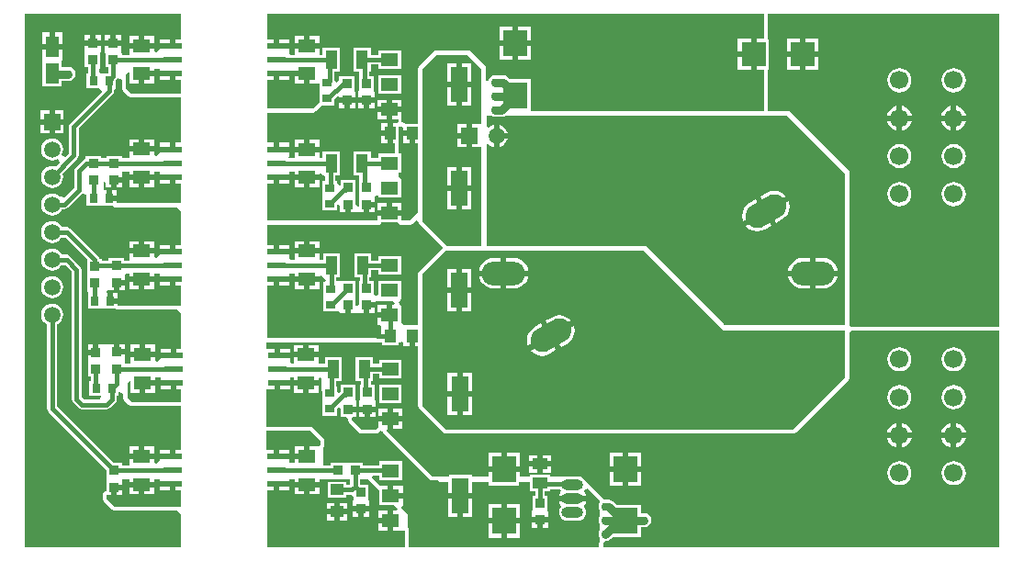
<source format=gtl>
G04*
G04 #@! TF.GenerationSoftware,Altium Limited,Altium Designer,19.1.8 (144)*
G04*
G04 Layer_Physical_Order=1*
G04 Layer_Color=255*
%FSLAX25Y25*%
%MOIN*%
G70*
G01*
G75*
%ADD19R,0.09055X0.09055*%
%ADD20R,0.09055X0.09646*%
%ADD21R,0.03543X0.03347*%
%ADD22R,0.05315X0.03937*%
%ADD23R,0.04724X0.03937*%
%ADD24R,0.03347X0.02953*%
%ADD25R,0.03347X0.03543*%
%ADD26R,0.03937X0.04724*%
%ADD27R,0.06299X0.12992*%
%ADD28R,0.06299X0.04724*%
%ADD29R,0.04134X0.06693*%
%ADD30R,0.06496X0.04724*%
%ADD31R,0.02953X0.03347*%
%ADD32R,0.06693X0.02362*%
%ADD33R,0.05118X0.07677*%
%ADD57C,0.03000*%
%ADD58C,0.01500*%
%ADD59C,0.05906*%
%ADD60R,0.05906X0.05906*%
G04:AMPARAMS|DCode=61|XSize=157.48mil|YSize=86.61mil|CornerRadius=0mil|HoleSize=0mil|Usage=FLASHONLY|Rotation=210.000|XOffset=0mil|YOffset=0mil|HoleType=Round|Shape=Round|*
%AMOVALD61*
21,1,0.07087,0.08661,0.00000,0.00000,210.0*
1,1,0.08661,0.03069,0.01772*
1,1,0.08661,-0.03069,-0.01772*
%
%ADD61OVALD61*%

%ADD62O,0.15748X0.08661*%
%ADD63C,0.06693*%
%ADD64O,0.07874X0.03937*%
%ADD65O,0.07874X0.03937*%
%ADD66R,0.05906X0.05906*%
%ADD67C,0.03000*%
%ADD68C,0.02400*%
G36*
X60000Y196974D02*
Y187539D01*
X57713D01*
Y185158D01*
X56713D01*
Y184158D01*
X52166D01*
Y183709D01*
X50678Y182747D01*
X50058Y183036D01*
Y184276D01*
X45610D01*
X41162D01*
Y181942D01*
X38361D01*
X38228Y183387D01*
X38228Y184248D01*
Y185260D01*
X35256D01*
X32284D01*
Y184248D01*
X32284Y183387D01*
X32484Y181969D01*
Y177484D01*
X33472D01*
Y175331D01*
X31343Y175331D01*
X30778D01*
X30125Y175984D01*
X30528Y177484D01*
X30528D01*
Y181969D01*
X30728Y183387D01*
X30728Y184248D01*
Y185260D01*
X27756D01*
Y186260D01*
D01*
Y185260D01*
X24784D01*
Y184248D01*
X24784Y183387D01*
X24984Y181969D01*
Y177484D01*
X26149D01*
Y175331D01*
X25634D01*
Y169984D01*
X30195Y169984D01*
X31113Y168805D01*
X31073Y168596D01*
X19738Y157262D01*
X19352Y156683D01*
X19216Y156000D01*
Y146286D01*
X17780Y144850D01*
X16563Y145664D01*
X16961Y146626D01*
X17097Y147658D01*
X16961Y148689D01*
X16563Y149651D01*
X15929Y150477D01*
X15104Y151110D01*
X14142Y151508D01*
X13110Y151644D01*
X12078Y151508D01*
X11117Y151110D01*
X10291Y150477D01*
X9657Y149651D01*
X9259Y148689D01*
X9123Y147658D01*
X9259Y146626D01*
X9657Y145664D01*
X10291Y144838D01*
X11117Y144205D01*
X12078Y143807D01*
X13110Y143671D01*
X14142Y143807D01*
X15104Y144205D01*
X15917Y142988D01*
X14351Y141422D01*
X14142Y141508D01*
X13110Y141644D01*
X12078Y141508D01*
X11117Y141110D01*
X10291Y140477D01*
X9657Y139651D01*
X9259Y138689D01*
X9123Y137657D01*
X9259Y136626D01*
X9657Y135664D01*
X10291Y134838D01*
X11117Y134205D01*
X12078Y133807D01*
X13110Y133671D01*
X14142Y133807D01*
X15104Y134205D01*
X15929Y134838D01*
X16563Y135664D01*
X16961Y136626D01*
X17097Y137657D01*
X16961Y138689D01*
X16875Y138899D01*
X22262Y144286D01*
X22262Y144286D01*
X22648Y144864D01*
X22784Y145547D01*
X22784Y145547D01*
Y155261D01*
X34996Y167473D01*
X35383Y168051D01*
X35519Y168734D01*
X36295Y169984D01*
X36295D01*
Y172534D01*
X36971Y173377D01*
X38471Y172975D01*
Y170000D01*
X38587Y169415D01*
X38919Y168919D01*
X40919Y166919D01*
X41415Y166587D01*
X42000Y166471D01*
X60000D01*
Y150039D01*
X57713D01*
Y147658D01*
X56713D01*
Y146658D01*
X52166D01*
Y146209D01*
X50678Y145247D01*
X50058Y145536D01*
Y146776D01*
X45610D01*
X41162D01*
Y144442D01*
X38382D01*
Y145331D01*
X32839D01*
Y144442D01*
X30882D01*
Y145331D01*
X25339D01*
Y144378D01*
X24975Y144306D01*
X24396Y143919D01*
X24396Y143919D01*
X21743Y141266D01*
X21356Y140687D01*
X21220Y140004D01*
Y133743D01*
X17825Y130349D01*
X17806Y130338D01*
X15929Y130477D01*
X15104Y131110D01*
X14142Y131509D01*
X13110Y131644D01*
X12078Y131509D01*
X11117Y131110D01*
X10291Y130477D01*
X9657Y129651D01*
X9259Y128689D01*
X9123Y127657D01*
X9259Y126626D01*
X9657Y125664D01*
X10291Y124838D01*
X11117Y124205D01*
X12078Y123807D01*
X13110Y123671D01*
X14142Y123807D01*
X15104Y124205D01*
X15929Y124838D01*
X16563Y125664D01*
X16650Y125873D01*
X17658D01*
X18340Y126009D01*
X18919Y126396D01*
X24169Y131646D01*
X24580Y131608D01*
X25669Y131143D01*
Y127327D01*
X30622D01*
X30622Y127327D01*
X31378D01*
Y127327D01*
X32122Y127327D01*
X35208D01*
X35449Y126966D01*
X35945Y126634D01*
X36531Y126518D01*
X58500Y126518D01*
X60000Y125018D01*
Y112991D01*
X57713D01*
Y110610D01*
X56713D01*
Y109610D01*
X52166D01*
Y109091D01*
X50723Y108091D01*
X50058Y108386D01*
Y109728D01*
X45610D01*
Y110728D01*
D01*
Y109728D01*
X41162D01*
Y107296D01*
X39189D01*
Y108087D01*
X33646D01*
Y107198D01*
X31315D01*
Y107988D01*
X30222D01*
X30192Y108140D01*
X29805Y108718D01*
X29805Y108718D01*
X19604Y118919D01*
X19025Y119306D01*
X18342Y119442D01*
X16650D01*
X16563Y119651D01*
X15929Y120477D01*
X15104Y121110D01*
X14142Y121509D01*
X13110Y121644D01*
X12078Y121509D01*
X11117Y121110D01*
X10291Y120477D01*
X9657Y119651D01*
X9259Y118689D01*
X9123Y117657D01*
X9259Y116626D01*
X9657Y115664D01*
X10291Y114838D01*
X11117Y114205D01*
X12078Y113806D01*
X13110Y113671D01*
X14142Y113806D01*
X15104Y114205D01*
X15929Y114838D01*
X16321Y115348D01*
X17703Y115492D01*
X18035Y115441D01*
X25772Y107705D01*
Y103386D01*
X25772Y102264D01*
X25772Y101142D01*
Y96571D01*
X25772Y96539D01*
X25772Y96539D01*
X26067Y95193D01*
X26067Y95193D01*
Y89846D01*
X30276D01*
X31398Y89846D01*
X32520Y89846D01*
X35955D01*
X36343Y89587D01*
X36928Y89471D01*
X58500Y89471D01*
X60000Y87971D01*
Y75295D01*
X58087D01*
Y72913D01*
X57087D01*
Y71913D01*
X52540D01*
Y71483D01*
X51040Y70536D01*
X50448Y70818D01*
Y72118D01*
X46000D01*
X41552D01*
Y69698D01*
X39522D01*
X39389Y71143D01*
X39389Y72004D01*
Y73016D01*
X36417D01*
Y74016D01*
X35417D01*
Y76889D01*
X33465D01*
X33446Y76889D01*
X31953Y76873D01*
X30000D01*
Y74000D01*
X29000D01*
Y73000D01*
X26028D01*
Y71988D01*
X26028Y71127D01*
X26228Y69710D01*
Y65224D01*
X27060D01*
Y63673D01*
X26669D01*
Y58327D01*
X30878D01*
X30929Y58284D01*
X30382Y56784D01*
X24739D01*
X23784Y57739D01*
Y104000D01*
X23784Y104000D01*
X23649Y104683D01*
X23262Y105262D01*
X23262Y105262D01*
X19604Y108919D01*
X19025Y109306D01*
X18342Y109442D01*
X16650D01*
X16563Y109651D01*
X15929Y110477D01*
X15104Y111110D01*
X14142Y111509D01*
X13110Y111644D01*
X12078Y111509D01*
X11117Y111110D01*
X10291Y110477D01*
X9657Y109651D01*
X9259Y108689D01*
X9123Y107658D01*
X9259Y106626D01*
X9657Y105664D01*
X10291Y104838D01*
X11117Y104205D01*
X12078Y103806D01*
X13110Y103671D01*
X14142Y103806D01*
X15104Y104205D01*
X15929Y104838D01*
X16321Y105349D01*
X17703Y105492D01*
X18035Y105441D01*
X20216Y103261D01*
Y57000D01*
X20351Y56317D01*
X20738Y55738D01*
X22738Y53738D01*
X22738Y53738D01*
X23317Y53351D01*
X24000Y53216D01*
X24000Y53216D01*
X32976D01*
X33658Y53351D01*
X34237Y53738D01*
X36116Y55617D01*
X36116Y55617D01*
X36503Y56196D01*
X36639Y56879D01*
Y58327D01*
X37331D01*
Y59425D01*
X37360Y59453D01*
X38860Y58793D01*
Y57610D01*
X38977Y57025D01*
X39308Y56529D01*
X40918Y54919D01*
X41415Y54587D01*
X42000Y54471D01*
X60000D01*
X60000Y54471D01*
Y38444D01*
X57713D01*
Y36063D01*
X56713D01*
Y35063D01*
X52166D01*
Y34614D01*
X50678Y33653D01*
X50058Y33942D01*
Y35181D01*
X45610D01*
X41162D01*
Y32847D01*
X38382D01*
Y33736D01*
X35460D01*
X14895Y54302D01*
Y84118D01*
X15104Y84205D01*
X15929Y84838D01*
X16563Y85664D01*
X16961Y86626D01*
X17097Y87657D01*
X16961Y88689D01*
X16563Y89651D01*
X15929Y90477D01*
X15104Y91110D01*
X14142Y91509D01*
X13110Y91644D01*
X12078Y91509D01*
X11117Y91110D01*
X10291Y90477D01*
X9657Y89651D01*
X9259Y88689D01*
X9123Y87657D01*
X9259Y86626D01*
X9657Y85664D01*
X10291Y84838D01*
X11117Y84205D01*
X11326Y84118D01*
Y53563D01*
X11462Y52880D01*
X11849Y52301D01*
X32839Y31311D01*
Y28390D01*
X32839Y28390D01*
Y27634D01*
X32839D01*
X32839Y26890D01*
Y23585D01*
X32415Y23500D01*
X31918Y23169D01*
X31587Y22673D01*
X31471Y22087D01*
Y21000D01*
X31587Y20415D01*
X31918Y19919D01*
X34919Y16918D01*
X35415Y16587D01*
X36000Y16471D01*
X58500Y16471D01*
X60000Y14971D01*
Y3026D01*
X3026D01*
Y196974D01*
X60000D01*
D02*
G37*
G36*
X52166Y176157D02*
X56713D01*
Y175157D01*
X57713D01*
Y172776D01*
X60000D01*
Y168000D01*
X42000D01*
X40000Y170000D01*
Y175000D01*
X40700Y175700D01*
X41162Y175509D01*
Y171477D01*
X44610D01*
Y175039D01*
X45610D01*
Y176039D01*
X50058D01*
Y177000D01*
X52166D01*
Y176157D01*
D02*
G37*
G36*
X101162Y176039D02*
X105610D01*
Y175039D01*
X106610D01*
Y171477D01*
X110058D01*
X110236Y170751D01*
Y165000D01*
X107736Y162500D01*
X91148Y162500D01*
X91148Y172776D01*
X93508D01*
Y175157D01*
X94508D01*
Y176157D01*
X99054D01*
Y176181D01*
X101162D01*
Y176039D01*
D02*
G37*
G36*
X270471Y196974D02*
X271471Y196974D01*
Y187814D01*
X268717D01*
Y182087D01*
Y176359D01*
X271471D01*
Y161529D01*
X186677Y161529D01*
Y173161D01*
X179227D01*
X178586Y173802D01*
X177759Y174355D01*
X176784Y174549D01*
X174000D01*
X173024Y174355D01*
X172198Y173802D01*
X171645Y172976D01*
X171529Y172394D01*
X170529Y172492D01*
Y177000D01*
X170413Y177585D01*
X170081Y178081D01*
X165082Y183081D01*
X164585Y183413D01*
X164000Y183529D01*
X152453Y183529D01*
X151868Y183413D01*
X151371Y183081D01*
X146354Y178064D01*
X146022Y177568D01*
X145906Y176983D01*
X145906Y156905D01*
X141188D01*
X141034Y157056D01*
X141029Y157060D01*
X141025Y157065D01*
X140780Y157224D01*
X140535Y157384D01*
X140529Y157385D01*
X140524Y157389D01*
X140293Y157431D01*
X140235Y157441D01*
X139949Y157528D01*
X139945Y158436D01*
X139945Y158469D01*
X139960Y158485D01*
X139960Y159216D01*
Y161047D01*
X136610D01*
Y158485D01*
X138880D01*
X138998Y157485D01*
X138975Y157480D01*
X138968Y157478D01*
X138949Y157474D01*
X138695Y157419D01*
X138415Y157363D01*
X138404Y157356D01*
X138391Y157353D01*
X138156Y157191D01*
X138029Y157106D01*
X136827D01*
Y153543D01*
Y149981D01*
X137471D01*
Y146020D01*
X131461D01*
Y144442D01*
X128677D01*
Y147004D01*
X122543D01*
Y138311D01*
X124603D01*
Y136433D01*
X124394D01*
Y131087D01*
X124394Y131087D01*
Y130331D01*
X124394D01*
X124394Y130087D01*
Y127286D01*
X124325Y126839D01*
X124059D01*
X123244Y127810D01*
Y130331D01*
X123244Y130331D01*
Y131087D01*
X123244D01*
X123244Y131331D01*
Y136433D01*
X117701D01*
Y134726D01*
X117453Y134555D01*
X116453Y135079D01*
Y136039D01*
X115869D01*
Y138311D01*
X117457D01*
Y140000D01*
Y147004D01*
X111323D01*
Y144442D01*
X110058D01*
Y146658D01*
X105610D01*
X101162D01*
Y144442D01*
X99120D01*
X98957Y144796D01*
X99054Y145276D01*
X99054Y145276D01*
D01*
D01*
Y146658D01*
X94508D01*
Y147658D01*
X93508D01*
Y150039D01*
X91148D01*
X91148Y160971D01*
X91148Y160971D01*
Y160971D01*
X91148D01*
D01*
X107736Y160971D01*
X108321Y161087D01*
X108818Y161419D01*
X110966Y163567D01*
X115665D01*
Y165726D01*
Y165996D01*
X116645Y166976D01*
X117107Y166785D01*
Y166453D01*
X120079D01*
X123050D01*
Y168326D01*
X123050Y168326D01*
X123050Y168326D01*
X122850Y169243D01*
Y174228D01*
X117307D01*
Y172685D01*
X116589Y171967D01*
X115665Y172350D01*
Y174228D01*
X115475D01*
Y175811D01*
X117457D01*
Y184504D01*
X111323D01*
Y181942D01*
X110058D01*
Y184276D01*
X105610D01*
X101162D01*
Y181942D01*
X99454D01*
X99054Y182776D01*
Y184158D01*
X94508D01*
Y185158D01*
X93508D01*
Y187539D01*
X91148D01*
X91148Y196974D01*
X270471Y196974D01*
D02*
G37*
G36*
X172493Y160000D02*
X173024Y159645D01*
X174000Y159451D01*
X176106D01*
X177082Y159645D01*
X177613Y160000D01*
X280000Y160000D01*
X301000Y139000D01*
X301000Y84000D01*
X257163D01*
X229082Y112081D01*
X228585Y112413D01*
X228000Y112529D01*
X210471Y112529D01*
X198300D01*
X171000Y112529D01*
Y149381D01*
X171500Y149527D01*
X172276Y148932D01*
X173286Y148513D01*
X173370Y148502D01*
Y152559D01*
Y156616D01*
X173286Y156605D01*
X172276Y156186D01*
X171500Y155591D01*
X171000Y155737D01*
Y160000D01*
X172493D01*
D02*
G37*
G36*
X52166Y138657D02*
X56713D01*
Y137657D01*
X57713D01*
Y135276D01*
X60000D01*
X60000Y128047D01*
X36531Y128047D01*
Y129000D01*
X33854D01*
Y130000D01*
X32854D01*
Y132873D01*
X32000D01*
X32000Y135756D01*
X32139Y135855D01*
X32639Y135598D01*
Y133682D01*
X34610D01*
Y136555D01*
X35610D01*
Y137555D01*
X38582D01*
Y139428D01*
X39052Y139500D01*
X41162D01*
Y138539D01*
X45610D01*
X50058D01*
Y139500D01*
X52166Y139500D01*
Y138657D01*
D02*
G37*
G36*
X140532Y155405D02*
Y154543D01*
X143701D01*
Y153543D01*
X144701D01*
Y149981D01*
X145906D01*
X145906Y124906D01*
X142693Y121693D01*
X139960D01*
Y123547D01*
X135610D01*
X131261D01*
Y121693D01*
X91148Y121693D01*
Y135276D01*
X93508D01*
Y137657D01*
X94508D01*
Y138657D01*
X99054D01*
Y139541D01*
X101162D01*
Y138421D01*
X105610D01*
X110058D01*
Y138677D01*
X110783Y138993D01*
X111323Y138561D01*
Y138311D01*
X111689D01*
X112300Y137700D01*
Y136039D01*
X111106D01*
Y131087D01*
X111106D01*
Y130331D01*
X111106D01*
X111106Y130287D01*
Y125378D01*
X116453D01*
Y127380D01*
X116701Y127564D01*
X117501Y127162D01*
Y124784D01*
X119472D01*
Y127657D01*
X121472D01*
Y124784D01*
X123394D01*
X123444Y124784D01*
X124194D01*
X124244Y124784D01*
X126165D01*
Y127657D01*
X127165D01*
Y128657D01*
X130137D01*
X130137Y130399D01*
X130779Y130911D01*
X131461Y130767D01*
Y130240D01*
X139760D01*
Y136965D01*
X139760D01*
X139000Y137765D01*
Y139295D01*
X139760D01*
Y146020D01*
X139000D01*
X139000Y155950D01*
X139962Y155966D01*
X140532Y155405D01*
D02*
G37*
G36*
X145945Y121368D02*
X146022Y120979D01*
X146354Y120483D01*
X154837Y112000D01*
X146354Y103517D01*
X146022Y103021D01*
X145906Y102435D01*
X145906Y84000D01*
X140703D01*
X139760Y85000D01*
Y90862D01*
X139760D01*
X139156Y91612D01*
X139059Y91801D01*
X138981Y92193D01*
X139346Y92877D01*
X139606Y93193D01*
X139760D01*
Y99917D01*
X131461D01*
Y95001D01*
X130613Y94371D01*
X130037Y94711D01*
X129939Y94893D01*
X129937Y94903D01*
Y99819D01*
X128261D01*
Y101165D01*
X128854D01*
Y103727D01*
X131461D01*
Y102248D01*
X139760D01*
Y108972D01*
X131461D01*
Y107296D01*
X128854D01*
Y109858D01*
X122721D01*
Y101165D01*
X124692D01*
Y99819D01*
X124394D01*
Y94717D01*
X124394Y94472D01*
Y93717D01*
X124394Y93472D01*
Y91632D01*
X123865Y90964D01*
X123394Y90786D01*
X123244Y90873D01*
Y93815D01*
X123244Y93815D01*
Y94571D01*
X123244D01*
X123244Y94815D01*
Y99917D01*
X117701D01*
Y99917D01*
X116703Y99772D01*
X116336Y99951D01*
X116154Y100138D01*
Y101165D01*
X117634D01*
Y109858D01*
X111500D01*
Y107395D01*
X110058D01*
Y109728D01*
X105610D01*
X101162D01*
Y107395D01*
X99454D01*
X99054Y108229D01*
Y109610D01*
X94508D01*
Y110610D01*
X93508D01*
Y112991D01*
X91148D01*
X91148Y120163D01*
X91148Y120164D01*
X131261Y120164D01*
X131846Y120280D01*
X132342Y120612D01*
X132674Y121108D01*
X132689Y121185D01*
X138531D01*
X138547Y121108D01*
X138878Y120612D01*
X139375Y120280D01*
X139960Y120164D01*
X142693D01*
X143278Y120280D01*
X143774Y120612D01*
X145023Y121860D01*
X145945Y121368D01*
D02*
G37*
G36*
X164000Y182000D02*
X169000Y177000D01*
Y156767D01*
X168523Y156712D01*
X168500Y156712D01*
X165370D01*
Y152559D01*
Y148406D01*
X168500D01*
X168523Y148406D01*
X169000Y148351D01*
Y112529D01*
X156471D01*
X147435Y121565D01*
X147435Y176983D01*
X152453Y182000D01*
X164000Y182000D01*
D02*
G37*
G36*
X52166Y101610D02*
X56713D01*
Y100610D01*
X57713D01*
Y98229D01*
X60000D01*
X60000Y91000D01*
X36928Y91000D01*
Y91520D01*
X34252D01*
Y92520D01*
X33252D01*
Y95393D01*
X33000D01*
X33000Y96307D01*
X33500Y96438D01*
X35417D01*
Y99311D01*
X36417D01*
Y100311D01*
X39389D01*
Y102184D01*
X39778Y102453D01*
X41162D01*
Y101492D01*
X45610D01*
X50058D01*
Y102453D01*
X52166Y102453D01*
Y101610D01*
D02*
G37*
G36*
X356974Y196974D02*
X356974Y83580D01*
X356620Y83227D01*
X303098Y83300D01*
X303097Y83300D01*
X303097Y83300D01*
X302861Y83254D01*
X302721Y83354D01*
X302467Y83685D01*
X302529Y84000D01*
X302529Y139000D01*
X302413Y139585D01*
X302081Y140081D01*
X281081Y161081D01*
X280585Y161413D01*
X280000Y161529D01*
X273000D01*
Y176559D01*
X273244D01*
Y187614D01*
X273000D01*
Y196974D01*
X356974D01*
D02*
G37*
G36*
X101162Y102494D02*
Y101492D01*
X105610D01*
X110259D01*
X110858Y101740D01*
X112373Y100225D01*
X112073Y99425D01*
X111500D01*
Y94472D01*
X111500D01*
Y93717D01*
X111500D01*
X111500Y93672D01*
Y88764D01*
X116847D01*
X117501Y88412D01*
Y88269D01*
X119472D01*
Y91142D01*
X121472D01*
Y88269D01*
X123444D01*
Y88269D01*
X124194Y88170D01*
Y88170D01*
X124203Y88170D01*
X126165D01*
Y91043D01*
X127165D01*
Y92043D01*
X130235D01*
X130707Y92508D01*
X136915Y92415D01*
X137529Y91801D01*
X137223Y91062D01*
X136610D01*
Y87500D01*
X135610D01*
Y86500D01*
X131261D01*
Y83938D01*
X132299D01*
X132658Y83287D01*
Y79029D01*
X91148Y79029D01*
X91148Y98229D01*
X93508D01*
Y100610D01*
X94508D01*
Y101610D01*
X99054D01*
Y102494D01*
X101162Y102494D01*
D02*
G37*
G36*
X52540Y64842D02*
Y63913D01*
X57087D01*
Y62913D01*
X58087D01*
Y60532D01*
X60000D01*
X60000Y56000D01*
X42000D01*
X40390Y57610D01*
X40390Y62843D01*
X41090Y63543D01*
X41552Y63352D01*
Y59320D01*
X45000D01*
Y62882D01*
X46000D01*
Y63882D01*
X50448D01*
Y64842D01*
X52540Y64842D01*
D02*
G37*
G36*
X228000Y111000D02*
X257000Y82000D01*
X301000Y82000D01*
X301000Y65000D01*
X282000Y46000D01*
X156000Y46000D01*
X147435Y54565D01*
X147435Y102435D01*
X156000Y111000D01*
X228000Y111000D01*
D02*
G37*
G36*
X356974Y81697D02*
X356974Y3026D01*
X213195Y3026D01*
Y4981D01*
X213814Y5488D01*
X214000Y5451D01*
X214976Y5645D01*
X215802Y6198D01*
X216479Y6874D01*
X226787D01*
Y10451D01*
X228000D01*
X228976Y10645D01*
X229802Y11198D01*
X230355Y12025D01*
X230549Y13000D01*
X230355Y13975D01*
X229802Y14802D01*
X228976Y15355D01*
X228000Y15549D01*
X226787D01*
Y18520D01*
X218085D01*
X216822Y19783D01*
X215995Y20335D01*
X215020Y20529D01*
X214559Y20438D01*
X214000Y20549D01*
X213603Y20470D01*
X213195Y20805D01*
X206347Y27653D01*
X206094Y27983D01*
X205763Y28237D01*
X205000Y29000D01*
X193815D01*
Y29346D01*
X186500D01*
Y29000D01*
X182853D01*
Y30398D01*
X171398D01*
Y29000D01*
X165347D01*
Y29441D01*
X157047D01*
Y29000D01*
X151000D01*
X134559Y45441D01*
X134827Y46087D01*
Y48803D01*
X131477D01*
Y46800D01*
X130777Y46000D01*
X125549Y46000D01*
X121914Y49636D01*
X122220Y50375D01*
X123444D01*
Y52248D01*
X120472D01*
Y54248D01*
X123444D01*
Y56121D01*
X123444Y56121D01*
X123444Y56121D01*
X123244Y56838D01*
Y62024D01*
X117701D01*
Y59720D01*
X117167Y59284D01*
X116453Y59592D01*
Y61630D01*
X116253D01*
Y63567D01*
X118224D01*
Y72260D01*
X112091D01*
Y69698D01*
X109763D01*
Y72031D01*
X105315D01*
X100867D01*
Y69698D01*
X99887D01*
X99413Y70498D01*
X99428Y70532D01*
X99428D01*
Y71913D01*
X94882D01*
Y72913D01*
X93882D01*
Y75295D01*
X91000D01*
Y77500D01*
X132858Y77500D01*
Y76362D01*
X138795D01*
Y77500D01*
X139444D01*
X139802Y77821D01*
X140532Y77496D01*
Y76162D01*
X142701D01*
Y79724D01*
X144701D01*
Y76162D01*
X145906D01*
X145906Y54565D01*
X146022Y53979D01*
X146354Y53483D01*
X154919Y44919D01*
X155415Y44587D01*
X156000Y44471D01*
X282000Y44471D01*
X282585Y44587D01*
X283081Y44919D01*
X302081Y63919D01*
X302413Y64415D01*
X302529Y65000D01*
X302529Y81206D01*
X303096Y81771D01*
X356974Y81697D01*
D02*
G37*
G36*
X110403Y41753D02*
Y40400D01*
X110058Y39743D01*
X106610D01*
Y36181D01*
X105610D01*
Y35181D01*
X101162D01*
Y34000D01*
X99054D01*
Y35063D01*
X94508D01*
Y36063D01*
X93508D01*
Y38444D01*
X91000D01*
Y45403D01*
X106753D01*
X110403Y41753D01*
D02*
G37*
G36*
X100867Y63795D02*
X105315D01*
X109763D01*
Y64650D01*
X110362Y64786D01*
X111000Y64236D01*
X111000Y60000D01*
X111106Y59898D01*
Y56677D01*
X111106D01*
Y55921D01*
X111106D01*
X111106Y55877D01*
Y50968D01*
X116453D01*
Y53398D01*
X117080Y54025D01*
X117701Y53514D01*
Y50575D01*
X119848D01*
X120412Y49775D01*
X120384Y49636D01*
X120501Y49050D01*
X120832Y48554D01*
X124468Y44919D01*
X124964Y44587D01*
X125549Y44471D01*
X130777Y44471D01*
X130827Y44481D01*
X130878Y44474D01*
X131119Y44539D01*
X131362Y44587D01*
X131405Y44616D01*
X131455Y44629D01*
X131652Y44780D01*
X131858Y44919D01*
X131887Y44961D01*
X131928Y44993D01*
X132259Y45371D01*
X132274Y45372D01*
X133095Y45112D01*
X133146Y44856D01*
X133478Y44359D01*
X149918Y27919D01*
X150415Y27587D01*
X151000Y27471D01*
X153035D01*
X153506Y27000D01*
X156847D01*
Y22945D01*
X161197D01*
X165547D01*
Y27000D01*
X171598D01*
Y25575D01*
X182653D01*
Y27000D01*
X186500D01*
Y23410D01*
X188373D01*
Y21866D01*
X187386D01*
X187386Y16681D01*
X187186Y15964D01*
X187186Y15802D01*
Y14090D01*
X193129D01*
Y15802D01*
X193129Y15964D01*
X192929Y16681D01*
X192929Y16764D01*
Y21866D01*
X191942D01*
Y23410D01*
X193815D01*
Y24338D01*
X197457D01*
X197913Y23721D01*
X197646Y22952D01*
X197272Y22464D01*
X197024Y21866D01*
X202008D01*
X206992D01*
X206744Y22464D01*
X206369Y22952D01*
X206169Y23531D01*
X206614Y24276D01*
X207361Y24476D01*
X212002Y19836D01*
Y19509D01*
X211645Y18975D01*
X211451Y18000D01*
X211645Y17025D01*
X212002Y16491D01*
Y14509D01*
X211645Y13975D01*
X211451Y13000D01*
X211645Y12025D01*
X212002Y11491D01*
X212002Y9509D01*
X211645Y8975D01*
X211451Y8000D01*
X211645Y7025D01*
X212002Y6491D01*
Y5894D01*
X211989Y5875D01*
X211846Y5702D01*
X211824Y5629D01*
X211782Y5566D01*
X211738Y5345D01*
X211673Y5130D01*
X211681Y5055D01*
X211666Y4981D01*
Y3026D01*
X143465D01*
X142665Y3026D01*
Y9293D01*
X142613Y9554D01*
X142572Y9817D01*
X142555Y9845D01*
X142548Y9879D01*
X142401Y10100D01*
X142329Y10218D01*
Y14764D01*
X142154Y15186D01*
X139951Y17389D01*
X139912Y17583D01*
X140350Y18383D01*
X140350D01*
Y20945D01*
X136000D01*
Y21945D01*
X135000D01*
Y25507D01*
X132308D01*
X129336Y28479D01*
X129667Y29279D01*
X131850D01*
Y27638D01*
X140150D01*
Y34362D01*
X131850D01*
Y32847D01*
X125784D01*
Y33835D01*
X120437D01*
Y33835D01*
X119681D01*
Y33835D01*
X114335D01*
Y32847D01*
X111597D01*
Y39384D01*
X111757Y39690D01*
X111777Y39757D01*
X111816Y39815D01*
X111861Y40041D01*
X111926Y40262D01*
X111919Y40332D01*
X111933Y40400D01*
Y41753D01*
X111816Y42338D01*
X111485Y42834D01*
X107834Y46485D01*
X107338Y46816D01*
X106753Y46933D01*
X91000D01*
X91000Y47732D01*
X91000Y60532D01*
X93882D01*
Y62913D01*
X94882D01*
Y63913D01*
X99428D01*
Y64961D01*
X100867D01*
Y63795D01*
D02*
G37*
G36*
X52166Y27063D02*
X56713D01*
Y26063D01*
X57713D01*
Y23682D01*
X60000D01*
X60000Y18000D01*
X36000Y18000D01*
X33000Y21000D01*
Y22087D01*
X34610D01*
Y24961D01*
X35610D01*
Y25961D01*
X38582D01*
Y27834D01*
X39052Y27905D01*
X41162D01*
Y26945D01*
X45610D01*
X50058D01*
Y27905D01*
X52166Y27905D01*
Y27063D01*
D02*
G37*
G36*
X131850Y23802D02*
Y18583D01*
X137069D01*
X138461Y17191D01*
X138155Y16452D01*
X137000D01*
Y12890D01*
Y9328D01*
X140350D01*
Y9328D01*
X141135Y9293D01*
Y3026D01*
X91148D01*
Y23682D01*
X93508D01*
Y26063D01*
X94508D01*
Y27063D01*
X99054D01*
Y27946D01*
X101162D01*
Y26945D01*
X105610D01*
X110058D01*
Y27946D01*
X121326D01*
Y25857D01*
X121269Y25800D01*
X119898D01*
Y26984D01*
X113173D01*
Y21047D01*
X119898D01*
Y22231D01*
X121767D01*
X122425Y21604D01*
X122425Y20618D01*
X122225Y19901D01*
X122225Y19739D01*
Y18028D01*
X125197D01*
X128168D01*
Y19739D01*
X128168Y19901D01*
X127969Y20618D01*
X127969Y20701D01*
Y25803D01*
X124949D01*
X124894Y25857D01*
Y27946D01*
X127706D01*
X131850Y23802D01*
D02*
G37*
%LPC*%
G36*
X30728Y189133D02*
X28756D01*
Y187260D01*
X30728D01*
Y189133D01*
D02*
G37*
G36*
X38228D02*
X36256D01*
Y187260D01*
X38228D01*
Y189133D01*
D02*
G37*
G36*
X26756D02*
X24784D01*
Y187260D01*
X26756D01*
Y189133D01*
D02*
G37*
G36*
X34256D02*
X32284D01*
Y187260D01*
X34256D01*
Y189133D01*
D02*
G37*
G36*
X50058Y188838D02*
X46610D01*
Y186276D01*
X50058D01*
Y188838D01*
D02*
G37*
G36*
X44610D02*
X41162D01*
Y186276D01*
X44610D01*
Y188838D01*
D02*
G37*
G36*
X55713Y187539D02*
X52166D01*
Y186158D01*
X55713D01*
Y187539D01*
D02*
G37*
G36*
X16869Y190019D02*
X14110D01*
Y185980D01*
X16869D01*
Y190019D01*
D02*
G37*
G36*
X12110D02*
X9351D01*
Y185980D01*
X12110D01*
Y190019D01*
D02*
G37*
G36*
X16869Y183980D02*
X9351D01*
Y179942D01*
X9551D01*
Y170496D01*
X16669D01*
Y172451D01*
X19000D01*
X19975Y172645D01*
X20802Y173198D01*
X21355Y174024D01*
X21549Y175000D01*
X21355Y175976D01*
X20802Y176802D01*
X19975Y177355D01*
X19000Y177549D01*
X16669D01*
Y179942D01*
X16869D01*
Y183980D01*
D02*
G37*
G36*
X17263Y161810D02*
X14110D01*
Y158658D01*
X17263D01*
Y161810D01*
D02*
G37*
G36*
X12110D02*
X8958D01*
Y158658D01*
X12110D01*
Y161810D01*
D02*
G37*
G36*
X17263Y156658D02*
X14110D01*
Y153505D01*
X17263D01*
Y156658D01*
D02*
G37*
G36*
X12110D02*
X8958D01*
Y153505D01*
X12110D01*
Y156658D01*
D02*
G37*
G36*
X50058Y151338D02*
X46610D01*
Y148776D01*
X50058D01*
Y151338D01*
D02*
G37*
G36*
X44610D02*
X41162D01*
Y148776D01*
X44610D01*
Y151338D01*
D02*
G37*
G36*
X55713Y150039D02*
X52166D01*
Y148658D01*
X55713D01*
Y150039D01*
D02*
G37*
G36*
X50058Y114290D02*
X46610D01*
Y111728D01*
X50058D01*
Y114290D01*
D02*
G37*
G36*
X44610D02*
X41162D01*
Y111728D01*
X44610D01*
Y114290D01*
D02*
G37*
G36*
X55713Y112991D02*
X52166D01*
Y111610D01*
X55713D01*
Y112991D01*
D02*
G37*
G36*
X13110Y101644D02*
X12078Y101508D01*
X11117Y101110D01*
X10291Y100477D01*
X9657Y99651D01*
X9259Y98689D01*
X9123Y97658D01*
X9259Y96626D01*
X9657Y95664D01*
X10291Y94838D01*
X11117Y94205D01*
X12078Y93806D01*
X13110Y93671D01*
X14142Y93806D01*
X15104Y94205D01*
X15929Y94838D01*
X16563Y95664D01*
X16961Y96626D01*
X17097Y97658D01*
X16961Y98689D01*
X16563Y99651D01*
X15929Y100477D01*
X15104Y101110D01*
X14142Y101508D01*
X13110Y101644D01*
D02*
G37*
G36*
X37417Y76889D02*
Y75016D01*
X39389D01*
Y76889D01*
X37417D01*
D02*
G37*
G36*
X28000Y76873D02*
X26028D01*
Y75000D01*
X28000D01*
Y76873D01*
D02*
G37*
G36*
X50448Y76680D02*
X47000D01*
Y74118D01*
X50448D01*
Y76680D01*
D02*
G37*
G36*
X45000D02*
X41552D01*
Y74118D01*
X45000D01*
Y76680D01*
D02*
G37*
G36*
X56087Y75295D02*
X52540D01*
Y73913D01*
X56087D01*
Y75295D01*
D02*
G37*
G36*
X50058Y39743D02*
X46610D01*
Y37181D01*
X50058D01*
Y39743D01*
D02*
G37*
G36*
X44610D02*
X41162D01*
Y37181D01*
X44610D01*
Y39743D01*
D02*
G37*
G36*
X55713Y38444D02*
X52166D01*
Y37063D01*
X55713D01*
Y38444D01*
D02*
G37*
G36*
X55713Y174158D02*
X52166D01*
Y172776D01*
X55713D01*
Y174158D01*
D02*
G37*
G36*
X50058Y174039D02*
X46610D01*
Y171477D01*
X50058D01*
Y174039D01*
D02*
G37*
G36*
X99054Y174158D02*
X95508D01*
Y172776D01*
X99054D01*
Y174158D01*
D02*
G37*
G36*
X104610Y174039D02*
X101162D01*
Y171477D01*
X104610D01*
Y174039D01*
D02*
G37*
G36*
X186877Y192062D02*
X182150D01*
Y187039D01*
X186877D01*
Y192062D01*
D02*
G37*
G36*
X180150D02*
X175422D01*
Y187039D01*
X180150D01*
Y192062D01*
D02*
G37*
G36*
X110058Y188838D02*
X106610D01*
Y186276D01*
X110058D01*
Y188838D01*
D02*
G37*
G36*
X104610D02*
X101162D01*
Y186276D01*
X104610D01*
Y188838D01*
D02*
G37*
G36*
X99054Y187539D02*
X95508D01*
Y186158D01*
X99054D01*
Y187539D01*
D02*
G37*
G36*
X266717Y187814D02*
X261989D01*
Y183087D01*
X266717D01*
Y187814D01*
D02*
G37*
G36*
X186877Y185039D02*
X182150D01*
Y180017D01*
X186877D01*
Y185039D01*
D02*
G37*
G36*
X180150D02*
X175422D01*
Y180017D01*
X180150D01*
Y185039D01*
D02*
G37*
G36*
X128677Y184504D02*
X122543D01*
Y175811D01*
X124603D01*
Y174228D01*
X124394D01*
Y169243D01*
X124194Y168326D01*
X124194Y167965D01*
Y166453D01*
X130137D01*
Y167169D01*
D01*
Y167965D01*
X130137Y168326D01*
X129937Y169243D01*
Y174228D01*
X128172D01*
Y175811D01*
X128677D01*
Y178373D01*
X131461D01*
Y176795D01*
X139760D01*
Y183520D01*
X131461D01*
Y181942D01*
X128677D01*
Y184504D01*
D02*
G37*
G36*
X266717Y181087D02*
X261989D01*
Y176359D01*
X266717D01*
Y181087D01*
D02*
G37*
G36*
X139760Y174465D02*
X131461D01*
Y167740D01*
X139760D01*
Y174465D01*
D02*
G37*
G36*
X139960Y165609D02*
X136610D01*
Y163047D01*
X139960D01*
Y165609D01*
D02*
G37*
G36*
X134610D02*
X131261D01*
Y163047D01*
X134610D01*
Y165609D01*
D02*
G37*
G36*
X130137Y164453D02*
X128165D01*
Y162580D01*
X130137D01*
Y164453D01*
D02*
G37*
G36*
X126165D02*
X124194D01*
Y162580D01*
X126165D01*
Y164453D01*
D02*
G37*
G36*
X123050D02*
X121079D01*
Y162580D01*
X123050D01*
Y164453D01*
D02*
G37*
G36*
X119079D02*
X117107D01*
Y162580D01*
X119079D01*
Y164453D01*
D02*
G37*
G36*
X134610Y161047D02*
X131261D01*
Y158485D01*
X134610D01*
Y161047D01*
D02*
G37*
G36*
X134827Y157106D02*
X132658D01*
Y154543D01*
X134827D01*
Y157106D01*
D02*
G37*
G36*
Y152543D02*
X132658D01*
Y149981D01*
X134827D01*
Y152543D01*
D02*
G37*
G36*
X110058Y151220D02*
X106610D01*
Y148658D01*
X110058D01*
Y151220D01*
D02*
G37*
G36*
X99054Y150039D02*
X95508D01*
Y148658D01*
X99054D01*
Y150039D01*
D02*
G37*
G36*
X104610Y151220D02*
X101162D01*
Y148658D01*
X104610D01*
Y151220D01*
D02*
G37*
G36*
X175370Y156616D02*
Y153559D01*
X178427D01*
X178416Y153643D01*
X177998Y154653D01*
X177332Y155521D01*
X176464Y156186D01*
X175454Y156605D01*
X175370Y156616D01*
D02*
G37*
G36*
X178427Y151559D02*
X175370D01*
Y148502D01*
X175454Y148513D01*
X176464Y148932D01*
X177332Y149597D01*
X177998Y150465D01*
X178416Y151475D01*
X178427Y151559D01*
D02*
G37*
G36*
X275218Y132547D02*
X273774Y132357D01*
X272429Y131800D01*
X270226Y130528D01*
X272516Y126563D01*
X279435Y130558D01*
X279163Y130913D01*
X278007Y131800D01*
X276662Y132357D01*
X275218Y132547D01*
D02*
G37*
G36*
X268494Y129528D02*
X266292Y128256D01*
X265137Y127370D01*
X264250Y126214D01*
X263693Y124869D01*
X263503Y123425D01*
X263693Y121981D01*
X263864Y121568D01*
X270784Y125563D01*
X268494Y129528D01*
D02*
G37*
G36*
X280435Y128826D02*
X273516Y124831D01*
X275805Y120866D01*
X278007Y122137D01*
X279163Y123024D01*
X280049Y124179D01*
X280607Y125525D01*
X280797Y126969D01*
X280607Y128412D01*
X280435Y128826D01*
D02*
G37*
G36*
X271784Y123831D02*
X264864Y119836D01*
X265137Y119481D01*
X266292Y118594D01*
X267637Y118037D01*
X269081Y117847D01*
X270525Y118037D01*
X271870Y118594D01*
X274073Y119866D01*
X271784Y123831D01*
D02*
G37*
G36*
X292756Y108236D02*
X290213D01*
Y103657D01*
X298203D01*
X298144Y104101D01*
X297587Y105447D01*
X296701Y106602D01*
X295545Y107489D01*
X294200Y108046D01*
X292756Y108236D01*
D02*
G37*
G36*
X288213D02*
X285669D01*
X284226Y108046D01*
X282880Y107489D01*
X281725Y106602D01*
X280838Y105447D01*
X280281Y104101D01*
X280223Y103657D01*
X288213D01*
Y108236D01*
D02*
G37*
G36*
X298203Y101657D02*
X290213D01*
Y97079D01*
X292756D01*
X294200Y97269D01*
X295545Y97826D01*
X296701Y98713D01*
X297587Y99868D01*
X298144Y101214D01*
X298203Y101657D01*
D02*
G37*
G36*
X288213D02*
X280223D01*
X280281Y101214D01*
X280838Y99868D01*
X281725Y98713D01*
X282880Y97826D01*
X284226Y97269D01*
X285669Y97079D01*
X288213D01*
Y101657D01*
D02*
G37*
G36*
X55713Y136658D02*
X52166D01*
Y135276D01*
X55713D01*
Y136658D01*
D02*
G37*
G36*
X50058Y136539D02*
X46610D01*
Y133977D01*
X50058D01*
Y136539D01*
D02*
G37*
G36*
X44610D02*
X41162D01*
Y133977D01*
X44610D01*
Y136539D01*
D02*
G37*
G36*
X38582Y135555D02*
X36610D01*
Y133682D01*
X38582D01*
Y135555D01*
D02*
G37*
G36*
X36531Y132873D02*
X34854D01*
Y131000D01*
X36531D01*
Y132873D01*
D02*
G37*
G36*
X142701Y152543D02*
X140532D01*
Y149981D01*
X142701D01*
Y152543D01*
D02*
G37*
G36*
X99054Y136658D02*
X95508D01*
Y135276D01*
X99054D01*
Y136658D01*
D02*
G37*
G36*
X110058Y136421D02*
X106610D01*
Y133859D01*
X110058D01*
Y136421D01*
D02*
G37*
G36*
X104610D02*
X101162D01*
Y133859D01*
X104610D01*
Y136421D01*
D02*
G37*
G36*
X139960Y128109D02*
X136610D01*
Y125547D01*
X139960D01*
Y128109D01*
D02*
G37*
G36*
X134610D02*
X131261D01*
Y125547D01*
X134610D01*
Y128109D01*
D02*
G37*
G36*
X130137Y126657D02*
X128165D01*
Y124784D01*
X130137D01*
Y126657D01*
D02*
G37*
G36*
X110058Y114290D02*
X106610D01*
Y111728D01*
X110058D01*
Y114290D01*
D02*
G37*
G36*
X104610D02*
X101162D01*
Y111728D01*
X104610D01*
Y114290D01*
D02*
G37*
G36*
X99054Y112991D02*
X95508D01*
Y111610D01*
X99054D01*
Y112991D01*
D02*
G37*
G36*
X165157Y178798D02*
X161807D01*
Y172102D01*
X165157D01*
Y178798D01*
D02*
G37*
G36*
X159807D02*
X156457D01*
Y172102D01*
X159807D01*
Y178798D01*
D02*
G37*
G36*
X165157Y170102D02*
X161807D01*
Y163406D01*
X165157D01*
Y170102D01*
D02*
G37*
G36*
X159807D02*
X156457D01*
Y163406D01*
X159807D01*
Y170102D01*
D02*
G37*
G36*
X163370Y156712D02*
X160217D01*
Y153559D01*
X163370D01*
Y156712D01*
D02*
G37*
G36*
Y151559D02*
X160217D01*
Y148406D01*
X163370D01*
Y151559D01*
D02*
G37*
G36*
X165157Y141298D02*
X161807D01*
Y134602D01*
X165157D01*
Y141298D01*
D02*
G37*
G36*
X159807D02*
X156457D01*
Y134602D01*
X159807D01*
Y141298D01*
D02*
G37*
G36*
X165157Y132602D02*
X161807D01*
Y125906D01*
X165157D01*
Y132602D01*
D02*
G37*
G36*
X159807D02*
X156457D01*
Y125906D01*
X159807D01*
Y132602D01*
D02*
G37*
G36*
X55713Y99610D02*
X52166D01*
Y98229D01*
X55713D01*
Y99610D01*
D02*
G37*
G36*
X50058Y99492D02*
X46610D01*
Y96930D01*
X50058D01*
Y99492D01*
D02*
G37*
G36*
X44610D02*
X41162D01*
Y96930D01*
X44610D01*
Y99492D01*
D02*
G37*
G36*
X39389Y98311D02*
X37417D01*
Y96438D01*
X39389D01*
Y98311D01*
D02*
G37*
G36*
X36928Y95393D02*
X35252D01*
Y93520D01*
X36928D01*
Y95393D01*
D02*
G37*
G36*
X291161Y187814D02*
X286433D01*
Y183087D01*
X291161D01*
Y187814D01*
D02*
G37*
G36*
X284433D02*
X279706D01*
Y183087D01*
X284433D01*
Y187814D01*
D02*
G37*
G36*
X291161Y181087D02*
X286433D01*
Y176359D01*
X291161D01*
Y181087D01*
D02*
G37*
G36*
X284433D02*
X279706D01*
Y176359D01*
X284433D01*
Y181087D01*
D02*
G37*
G36*
X340295Y177101D02*
X339161Y176951D01*
X338103Y176513D01*
X337195Y175817D01*
X336499Y174908D01*
X336061Y173851D01*
X335911Y172716D01*
X336061Y171582D01*
X336499Y170525D01*
X337195Y169617D01*
X338103Y168920D01*
X339161Y168482D01*
X340295Y168333D01*
X341430Y168482D01*
X342487Y168920D01*
X343395Y169617D01*
X344092Y170525D01*
X344530Y171582D01*
X344679Y172716D01*
X344530Y173851D01*
X344092Y174908D01*
X343395Y175817D01*
X342487Y176513D01*
X341430Y176951D01*
X340295Y177101D01*
D02*
G37*
G36*
X320610D02*
X319476Y176951D01*
X318418Y176513D01*
X317510Y175817D01*
X316814Y174908D01*
X316376Y173851D01*
X316226Y172716D01*
X316376Y171582D01*
X316814Y170525D01*
X317510Y169617D01*
X318418Y168920D01*
X319476Y168482D01*
X320610Y168333D01*
X321745Y168482D01*
X322802Y168920D01*
X323710Y169617D01*
X324407Y170525D01*
X324845Y171582D01*
X324994Y172716D01*
X324845Y173851D01*
X324407Y174908D01*
X323710Y175817D01*
X322802Y176513D01*
X321745Y176951D01*
X320610Y177101D01*
D02*
G37*
G36*
X341295Y163391D02*
Y159937D01*
X344749D01*
X344725Y160124D01*
X344267Y161230D01*
X343538Y162180D01*
X342588Y162908D01*
X341482Y163366D01*
X341295Y163391D01*
D02*
G37*
G36*
X321610D02*
Y159937D01*
X325064D01*
X325040Y160124D01*
X324582Y161230D01*
X323853Y162180D01*
X322903Y162908D01*
X321797Y163366D01*
X321610Y163391D01*
D02*
G37*
G36*
X339295D02*
X339108Y163366D01*
X338002Y162908D01*
X337053Y162180D01*
X336324Y161230D01*
X335866Y160124D01*
X335841Y159937D01*
X339295D01*
Y163391D01*
D02*
G37*
G36*
X319610D02*
X319423Y163366D01*
X318317Y162908D01*
X317368Y162180D01*
X316639Y161230D01*
X316181Y160124D01*
X316156Y159937D01*
X319610D01*
Y163391D01*
D02*
G37*
G36*
X344749Y157937D02*
X341295D01*
Y154483D01*
X341482Y154508D01*
X342588Y154966D01*
X343538Y155694D01*
X344267Y156644D01*
X344725Y157750D01*
X344749Y157937D01*
D02*
G37*
G36*
X325064D02*
X321610D01*
Y154483D01*
X321797Y154508D01*
X322903Y154966D01*
X323853Y155694D01*
X324582Y156644D01*
X325040Y157750D01*
X325064Y157937D01*
D02*
G37*
G36*
X339295D02*
X335841D01*
X335866Y157750D01*
X336324Y156644D01*
X337053Y155694D01*
X338002Y154966D01*
X339108Y154508D01*
X339295Y154483D01*
Y157937D01*
D02*
G37*
G36*
X319610D02*
X316156D01*
X316181Y157750D01*
X316639Y156644D01*
X317368Y155694D01*
X318317Y154966D01*
X319423Y154508D01*
X319610Y154483D01*
Y157937D01*
D02*
G37*
G36*
X340295Y149541D02*
X339161Y149392D01*
X338103Y148954D01*
X337195Y148257D01*
X336499Y147350D01*
X336061Y146292D01*
X335911Y145158D01*
X336061Y144023D01*
X336499Y142965D01*
X337195Y142058D01*
X338103Y141361D01*
X339161Y140923D01*
X340295Y140773D01*
X341430Y140923D01*
X342487Y141361D01*
X343395Y142058D01*
X344092Y142965D01*
X344530Y144023D01*
X344679Y145158D01*
X344530Y146292D01*
X344092Y147350D01*
X343395Y148257D01*
X342487Y148954D01*
X341430Y149392D01*
X340295Y149541D01*
D02*
G37*
G36*
X320610D02*
X319476Y149392D01*
X318418Y148954D01*
X317510Y148257D01*
X316814Y147350D01*
X316376Y146292D01*
X316226Y145158D01*
X316376Y144023D01*
X316814Y142965D01*
X317510Y142058D01*
X318418Y141361D01*
X319476Y140923D01*
X320610Y140773D01*
X321745Y140923D01*
X322802Y141361D01*
X323710Y142058D01*
X324407Y142965D01*
X324845Y144023D01*
X324994Y145158D01*
X324845Y146292D01*
X324407Y147350D01*
X323710Y148257D01*
X322802Y148954D01*
X321745Y149392D01*
X320610Y149541D01*
D02*
G37*
G36*
X340295Y135762D02*
X339161Y135612D01*
X338103Y135175D01*
X337195Y134478D01*
X336499Y133570D01*
X336061Y132513D01*
X335911Y131378D01*
X336061Y130243D01*
X336499Y129186D01*
X337195Y128278D01*
X338103Y127581D01*
X339161Y127143D01*
X340295Y126994D01*
X341430Y127143D01*
X342487Y127581D01*
X343395Y128278D01*
X344092Y129186D01*
X344530Y130243D01*
X344679Y131378D01*
X344530Y132513D01*
X344092Y133570D01*
X343395Y134478D01*
X342487Y135175D01*
X341430Y135612D01*
X340295Y135762D01*
D02*
G37*
G36*
X320610D02*
X319476Y135612D01*
X318418Y135175D01*
X317510Y134478D01*
X316814Y133570D01*
X316376Y132513D01*
X316226Y131378D01*
X316376Y130243D01*
X316814Y129186D01*
X317510Y128278D01*
X318418Y127581D01*
X319476Y127143D01*
X320610Y126994D01*
X321745Y127143D01*
X322802Y127581D01*
X323710Y128278D01*
X324407Y129186D01*
X324845Y130243D01*
X324994Y131378D01*
X324845Y132513D01*
X324407Y133570D01*
X323710Y134478D01*
X322802Y135175D01*
X321745Y135612D01*
X320610Y135762D01*
D02*
G37*
G36*
X99054Y99610D02*
X95508D01*
Y98229D01*
X99054D01*
Y99610D01*
D02*
G37*
G36*
X110058Y99492D02*
X106610D01*
Y96930D01*
X110058D01*
Y99492D01*
D02*
G37*
G36*
X104610D02*
X101162D01*
Y96930D01*
X104610D01*
Y99492D01*
D02*
G37*
G36*
X134610Y91062D02*
X131261D01*
Y88500D01*
X134610D01*
Y91062D01*
D02*
G37*
G36*
X130137Y90043D02*
X128165D01*
Y88170D01*
X130137D01*
Y90043D01*
D02*
G37*
G36*
X56087Y61913D02*
X52540D01*
Y60532D01*
X56087D01*
Y61913D01*
D02*
G37*
G36*
X50448Y61882D02*
X47000D01*
Y59320D01*
X50448D01*
Y61882D01*
D02*
G37*
G36*
X180551Y108236D02*
X178008D01*
Y103657D01*
X185998D01*
X185940Y104101D01*
X185382Y105447D01*
X184496Y106602D01*
X183340Y107489D01*
X181995Y108046D01*
X180551Y108236D01*
D02*
G37*
G36*
X176008D02*
X173465D01*
X172021Y108046D01*
X170675Y107489D01*
X169520Y106602D01*
X168633Y105447D01*
X168076Y104101D01*
X168018Y103657D01*
X176008D01*
Y108236D01*
D02*
G37*
G36*
X165157Y104251D02*
X161807D01*
Y97555D01*
X165157D01*
Y104251D01*
D02*
G37*
G36*
X159807D02*
X156457D01*
Y97555D01*
X159807D01*
Y104251D01*
D02*
G37*
G36*
X185998Y101657D02*
X178008D01*
Y97079D01*
X180551D01*
X181995Y97269D01*
X183340Y97826D01*
X184496Y98713D01*
X185382Y99868D01*
X185940Y101214D01*
X185998Y101657D01*
D02*
G37*
G36*
X176008D02*
X168018D01*
X168076Y101214D01*
X168633Y99868D01*
X169520Y98713D01*
X170675Y97826D01*
X172021Y97269D01*
X173465Y97079D01*
X176008D01*
Y101657D01*
D02*
G37*
G36*
X165157Y95555D02*
X161807D01*
Y88859D01*
X165157D01*
Y95555D01*
D02*
G37*
G36*
X159807D02*
X156457D01*
Y88859D01*
X159807D01*
Y95555D01*
D02*
G37*
G36*
X197140Y87370D02*
X195696Y87180D01*
X194350Y86622D01*
X192148Y85351D01*
X194437Y81386D01*
X201357Y85381D01*
X201084Y85736D01*
X199929Y86622D01*
X198583Y87180D01*
X197140Y87370D01*
D02*
G37*
G36*
X190416Y84351D02*
X188213Y83079D01*
X187058Y82193D01*
X186171Y81037D01*
X185614Y79692D01*
X185424Y78248D01*
X185614Y76804D01*
X185785Y76391D01*
X192705Y80386D01*
X190416Y84351D01*
D02*
G37*
G36*
X202357Y83649D02*
X195437Y79654D01*
X197726Y75689D01*
X199929Y76960D01*
X201084Y77847D01*
X201971Y79002D01*
X202528Y80348D01*
X202718Y81791D01*
X202528Y83235D01*
X202357Y83649D01*
D02*
G37*
G36*
X193705Y78654D02*
X186785Y74659D01*
X187058Y74304D01*
X188213Y73417D01*
X189558Y72860D01*
X191002Y72670D01*
X192446Y72860D01*
X193791Y73417D01*
X195994Y74689D01*
X193705Y78654D01*
D02*
G37*
G36*
X165373Y66554D02*
X162024D01*
Y59858D01*
X165373D01*
Y66554D01*
D02*
G37*
G36*
X160024D02*
X156674D01*
Y59858D01*
X160024D01*
Y66554D01*
D02*
G37*
G36*
X165373Y57858D02*
X162024D01*
Y51162D01*
X165373D01*
Y57858D01*
D02*
G37*
G36*
X160024D02*
X156674D01*
Y51162D01*
X160024D01*
Y57858D01*
D02*
G37*
G36*
X109763Y76594D02*
X106315D01*
Y74032D01*
X109763D01*
Y76594D01*
D02*
G37*
G36*
X104315D02*
X100867D01*
Y74032D01*
X104315D01*
Y76594D01*
D02*
G37*
G36*
X99428Y75295D02*
X95882D01*
Y73913D01*
X99428D01*
Y75295D01*
D02*
G37*
G36*
X340295Y75821D02*
X339161Y75672D01*
X338103Y75234D01*
X337195Y74537D01*
X336499Y73629D01*
X336061Y72572D01*
X335911Y71437D01*
X336061Y70302D01*
X336499Y69245D01*
X337195Y68337D01*
X338103Y67640D01*
X339161Y67202D01*
X340295Y67053D01*
X341430Y67202D01*
X342487Y67640D01*
X343395Y68337D01*
X344092Y69245D01*
X344530Y70302D01*
X344679Y71437D01*
X344530Y72572D01*
X344092Y73629D01*
X343395Y74537D01*
X342487Y75234D01*
X341430Y75672D01*
X340295Y75821D01*
D02*
G37*
G36*
X320610D02*
X319476Y75672D01*
X318418Y75234D01*
X317510Y74537D01*
X316814Y73629D01*
X316376Y72572D01*
X316226Y71437D01*
X316376Y70302D01*
X316814Y69245D01*
X317510Y68337D01*
X318418Y67640D01*
X319476Y67202D01*
X320610Y67053D01*
X321745Y67202D01*
X322802Y67640D01*
X323710Y68337D01*
X324407Y69245D01*
X324845Y70302D01*
X324994Y71437D01*
X324845Y72572D01*
X324407Y73629D01*
X323710Y74537D01*
X322802Y75234D01*
X321745Y75672D01*
X320610Y75821D01*
D02*
G37*
G36*
X129445Y72260D02*
X123311D01*
Y63567D01*
X125184D01*
Y62024D01*
X124787D01*
X124787Y56838D01*
X124587Y56121D01*
X124587Y55960D01*
Y54248D01*
X130531D01*
Y55960D01*
X130531Y56121D01*
X130331Y56838D01*
X130331Y56921D01*
Y62024D01*
X128753D01*
Y63567D01*
X129445D01*
Y66129D01*
X131677D01*
Y64551D01*
X139976D01*
Y71276D01*
X131677D01*
Y69698D01*
X129445D01*
Y72260D01*
D02*
G37*
G36*
X139976Y62221D02*
X131677D01*
Y55496D01*
X139976D01*
Y62221D01*
D02*
G37*
G36*
X340295Y62041D02*
X339161Y61892D01*
X338103Y61454D01*
X337195Y60757D01*
X336499Y59850D01*
X336061Y58792D01*
X335911Y57657D01*
X336061Y56523D01*
X336499Y55466D01*
X337195Y54558D01*
X338103Y53861D01*
X339161Y53423D01*
X340295Y53273D01*
X341430Y53423D01*
X342487Y53861D01*
X343395Y54558D01*
X344092Y55466D01*
X344530Y56523D01*
X344679Y57657D01*
X344530Y58792D01*
X344092Y59850D01*
X343395Y60757D01*
X342487Y61454D01*
X341430Y61892D01*
X340295Y62041D01*
D02*
G37*
G36*
X320610D02*
X319476Y61892D01*
X318418Y61454D01*
X317510Y60757D01*
X316814Y59850D01*
X316376Y58792D01*
X316226Y57657D01*
X316376Y56523D01*
X316814Y55466D01*
X317510Y54558D01*
X318418Y53861D01*
X319476Y53423D01*
X320610Y53273D01*
X321745Y53423D01*
X322802Y53861D01*
X323710Y54558D01*
X324407Y55466D01*
X324845Y56523D01*
X324994Y57657D01*
X324845Y58792D01*
X324407Y59850D01*
X323710Y60757D01*
X322802Y61454D01*
X321745Y61892D01*
X320610Y62041D01*
D02*
G37*
G36*
X140176Y53365D02*
X136827D01*
Y50803D01*
X140176D01*
Y53365D01*
D02*
G37*
G36*
X134827D02*
X131477D01*
Y50803D01*
X134827D01*
Y53365D01*
D02*
G37*
G36*
X130531Y52248D02*
X128559D01*
Y50375D01*
X130531D01*
Y52248D01*
D02*
G37*
G36*
X126559D02*
X124587D01*
Y50375D01*
X126559D01*
Y52248D01*
D02*
G37*
G36*
X140176Y48803D02*
X136827D01*
Y46241D01*
X140176D01*
Y48803D01*
D02*
G37*
G36*
X341295Y48332D02*
Y44878D01*
X344749D01*
X344725Y45065D01*
X344267Y46171D01*
X343538Y47120D01*
X342588Y47849D01*
X341482Y48307D01*
X341295Y48332D01*
D02*
G37*
G36*
X321610D02*
Y44878D01*
X325064D01*
X325040Y45065D01*
X324582Y46171D01*
X323853Y47120D01*
X322903Y47849D01*
X321797Y48307D01*
X321610Y48332D01*
D02*
G37*
G36*
X339295D02*
X339108Y48307D01*
X338002Y47849D01*
X337053Y47120D01*
X336324Y46171D01*
X335866Y45065D01*
X335841Y44878D01*
X339295D01*
Y48332D01*
D02*
G37*
G36*
X319610D02*
X319423Y48307D01*
X318317Y47849D01*
X317368Y47120D01*
X316639Y46171D01*
X316181Y45065D01*
X316156Y44878D01*
X319610D01*
Y48332D01*
D02*
G37*
G36*
X344749Y42878D02*
X341295D01*
Y39424D01*
X341482Y39448D01*
X342588Y39907D01*
X343538Y40635D01*
X344267Y41585D01*
X344725Y42691D01*
X344749Y42878D01*
D02*
G37*
G36*
X325064D02*
X321610D01*
Y39424D01*
X321797Y39448D01*
X322903Y39907D01*
X323853Y40635D01*
X324582Y41585D01*
X325040Y42691D01*
X325064Y42878D01*
D02*
G37*
G36*
X339295D02*
X335841D01*
X335866Y42691D01*
X336324Y41585D01*
X337053Y40635D01*
X338002Y39907D01*
X339108Y39448D01*
X339295Y39424D01*
Y42878D01*
D02*
G37*
G36*
X319610D02*
X316156D01*
X316181Y42691D01*
X316639Y41585D01*
X317368Y40635D01*
X318317Y39907D01*
X319423Y39448D01*
X319610Y39424D01*
Y42878D01*
D02*
G37*
G36*
X194015Y36633D02*
X191157D01*
Y34465D01*
X194015D01*
Y36633D01*
D02*
G37*
G36*
X189157D02*
X186300D01*
Y34465D01*
X189157D01*
Y36633D01*
D02*
G37*
G36*
X226987Y37420D02*
X222260D01*
Y32398D01*
X226987D01*
Y37420D01*
D02*
G37*
G36*
X220260D02*
X215532D01*
Y32398D01*
X220260D01*
Y37420D01*
D02*
G37*
G36*
X182853D02*
X178126D01*
Y32398D01*
X182853D01*
Y37420D01*
D02*
G37*
G36*
X176126D02*
X171398D01*
Y32398D01*
X176126D01*
Y37420D01*
D02*
G37*
G36*
X194015Y32465D02*
X191157D01*
Y30296D01*
X194015D01*
Y32465D01*
D02*
G37*
G36*
X189157D02*
X186300D01*
Y30296D01*
X189157D01*
Y32465D01*
D02*
G37*
G36*
X340295Y34482D02*
X339161Y34333D01*
X338103Y33895D01*
X337195Y33198D01*
X336499Y32290D01*
X336061Y31233D01*
X335911Y30098D01*
X336061Y28964D01*
X336499Y27907D01*
X337195Y26998D01*
X338103Y26302D01*
X339161Y25864D01*
X340295Y25714D01*
X341430Y25864D01*
X342487Y26302D01*
X343395Y26998D01*
X344092Y27907D01*
X344530Y28964D01*
X344679Y30098D01*
X344530Y31233D01*
X344092Y32290D01*
X343395Y33198D01*
X342487Y33895D01*
X341430Y34333D01*
X340295Y34482D01*
D02*
G37*
G36*
X320610D02*
X319476Y34333D01*
X318418Y33895D01*
X317510Y33198D01*
X316814Y32290D01*
X316376Y31233D01*
X316226Y30098D01*
X316376Y28964D01*
X316814Y27907D01*
X317510Y26998D01*
X318418Y26302D01*
X319476Y25864D01*
X320610Y25714D01*
X321745Y25864D01*
X322802Y26302D01*
X323710Y26998D01*
X324407Y27907D01*
X324845Y28964D01*
X324994Y30098D01*
X324845Y31233D01*
X324407Y32290D01*
X323710Y33198D01*
X322802Y33895D01*
X321745Y34333D01*
X320610Y34482D01*
D02*
G37*
G36*
X226987Y30398D02*
X222260D01*
Y25375D01*
X226987D01*
Y30398D01*
D02*
G37*
G36*
X220260D02*
X215532D01*
Y25375D01*
X220260D01*
Y30398D01*
D02*
G37*
G36*
X104610Y39743D02*
X101162D01*
Y37181D01*
X104610D01*
Y39743D01*
D02*
G37*
G36*
X99054Y38444D02*
X95508D01*
Y37063D01*
X99054D01*
Y38444D01*
D02*
G37*
G36*
X99428Y61913D02*
X95882D01*
Y60532D01*
X99428D01*
Y61913D01*
D02*
G37*
G36*
X109763Y61795D02*
X106315D01*
Y59233D01*
X109763D01*
Y61795D01*
D02*
G37*
G36*
X104315D02*
X100867D01*
Y59233D01*
X104315D01*
Y61795D01*
D02*
G37*
G36*
X140350Y25507D02*
X137000D01*
Y22945D01*
X140350D01*
Y25507D01*
D02*
G37*
G36*
X165547Y20945D02*
X162197D01*
Y14249D01*
X165547D01*
Y20945D01*
D02*
G37*
G36*
X160197D02*
X156847D01*
Y14249D01*
X160197D01*
Y20945D01*
D02*
G37*
G36*
X182853Y18720D02*
X178126D01*
Y13697D01*
X182853D01*
Y18720D01*
D02*
G37*
G36*
X176126D02*
X171398D01*
Y13697D01*
X176126D01*
Y18720D01*
D02*
G37*
G36*
X206992Y19866D02*
X202008D01*
X197024D01*
X197272Y19268D01*
X197646Y18780D01*
X197922Y17983D01*
X197446Y17363D01*
X197147Y16641D01*
X197045Y15866D01*
X197147Y15091D01*
X197446Y14369D01*
X197922Y13749D01*
X198542Y13273D01*
X199264Y12974D01*
X200039Y12872D01*
X203976D01*
X204751Y12974D01*
X205473Y13273D01*
X206094Y13749D01*
X206569Y14369D01*
X206869Y15091D01*
X206971Y15866D01*
X206869Y16641D01*
X206569Y17363D01*
X206094Y17983D01*
X206369Y18780D01*
X206744Y19268D01*
X206992Y19866D01*
D02*
G37*
G36*
X193129Y12091D02*
X191157D01*
Y10217D01*
X193129D01*
Y12091D01*
D02*
G37*
G36*
X189157D02*
X187186D01*
Y10217D01*
X189157D01*
Y12091D01*
D02*
G37*
G36*
X182853Y11697D02*
X178126D01*
Y6674D01*
X182853D01*
Y11697D01*
D02*
G37*
G36*
X176126D02*
X171398D01*
Y6674D01*
X176126D01*
Y11697D01*
D02*
G37*
G36*
X55713Y25063D02*
X52166D01*
Y23682D01*
X55713D01*
Y25063D01*
D02*
G37*
G36*
X50058Y24945D02*
X46610D01*
Y22383D01*
X50058D01*
Y24945D01*
D02*
G37*
G36*
X44610D02*
X41162D01*
Y22383D01*
X44610D01*
Y24945D01*
D02*
G37*
G36*
X38582Y23961D02*
X36610D01*
Y22087D01*
X38582D01*
Y23961D01*
D02*
G37*
G36*
X99054Y25063D02*
X95508D01*
Y23682D01*
X99054D01*
Y25063D01*
D02*
G37*
G36*
X110058Y24945D02*
X106610D01*
Y22383D01*
X110058D01*
Y24945D01*
D02*
G37*
G36*
X104610D02*
X101162D01*
Y22383D01*
X104610D01*
Y24945D01*
D02*
G37*
G36*
X120098Y19310D02*
X117535D01*
Y17142D01*
X120098D01*
Y19310D01*
D02*
G37*
G36*
X115535D02*
X112973D01*
Y17142D01*
X115535D01*
Y19310D01*
D02*
G37*
G36*
X128168Y16028D02*
X126197D01*
Y14154D01*
X128168D01*
Y16028D01*
D02*
G37*
G36*
X124197D02*
X122225D01*
Y14154D01*
X124197D01*
Y16028D01*
D02*
G37*
G36*
X135000Y16452D02*
X131650D01*
Y13890D01*
X135000D01*
Y16452D01*
D02*
G37*
G36*
X120098Y15142D02*
X117535D01*
Y12973D01*
X120098D01*
Y15142D01*
D02*
G37*
G36*
X115535D02*
X112973D01*
Y12973D01*
X115535D01*
Y15142D01*
D02*
G37*
G36*
X135000Y11890D02*
X131650D01*
Y9328D01*
X135000D01*
Y11890D01*
D02*
G37*
%LPD*%
D19*
X267717Y182087D02*
D03*
X285433D02*
D03*
D20*
X181150Y167339D02*
D03*
Y186039D02*
D03*
X221260Y12697D02*
D03*
Y31398D02*
D03*
X177126Y12697D02*
D03*
Y31398D02*
D03*
D21*
X190157Y13091D02*
D03*
Y19193D02*
D03*
X125197Y23130D02*
D03*
Y17028D02*
D03*
X127559Y53248D02*
D03*
Y59350D02*
D03*
X120472D02*
D03*
Y53248D02*
D03*
X127165Y97146D02*
D03*
Y91043D02*
D03*
X120472Y97244D02*
D03*
Y91142D02*
D03*
X127165Y133760D02*
D03*
Y127657D02*
D03*
X120472D02*
D03*
Y133760D02*
D03*
X127165Y165453D02*
D03*
Y171555D02*
D03*
X120079D02*
D03*
Y165453D02*
D03*
X35610Y24961D02*
D03*
Y31063D02*
D03*
X29000Y74000D02*
D03*
Y67898D02*
D03*
X36417Y74016D02*
D03*
Y67913D02*
D03*
Y105413D02*
D03*
Y99311D02*
D03*
X28543Y105315D02*
D03*
Y99213D02*
D03*
X35610Y142657D02*
D03*
Y136555D02*
D03*
X28110Y142657D02*
D03*
Y136555D02*
D03*
X35256Y186260D02*
D03*
Y180157D02*
D03*
X27756Y186260D02*
D03*
Y180157D02*
D03*
D22*
X190157Y33465D02*
D03*
Y26378D02*
D03*
D23*
X116535Y24016D02*
D03*
Y16142D02*
D03*
D24*
X113779Y53445D02*
D03*
Y59153D02*
D03*
X114173Y96949D02*
D03*
Y91240D02*
D03*
X113779Y133563D02*
D03*
Y127854D02*
D03*
X112992Y166043D02*
D03*
Y171752D02*
D03*
D25*
X117008Y31063D02*
D03*
X123110D02*
D03*
D26*
X135827Y79724D02*
D03*
X143701D02*
D03*
Y153543D02*
D03*
X135827D02*
D03*
D27*
X161197Y21945D02*
D03*
X161024Y58858D02*
D03*
X160807Y96555D02*
D03*
Y171102D02*
D03*
Y133602D02*
D03*
D28*
X136000Y31000D02*
D03*
Y21945D02*
D03*
Y12890D02*
D03*
X135827Y67913D02*
D03*
Y58858D02*
D03*
Y49803D02*
D03*
X135610Y105610D02*
D03*
Y96555D02*
D03*
Y87500D02*
D03*
Y180157D02*
D03*
Y171102D02*
D03*
Y162047D02*
D03*
Y142657D02*
D03*
Y133602D02*
D03*
Y124547D02*
D03*
D29*
X115157Y67913D02*
D03*
X126378D02*
D03*
X114567Y105512D02*
D03*
X125787D02*
D03*
X125610Y142657D02*
D03*
X114390D02*
D03*
X125610Y180157D02*
D03*
X114390D02*
D03*
D30*
X105610Y175039D02*
D03*
Y185276D02*
D03*
X45610Y25945D02*
D03*
Y36181D02*
D03*
X46000Y62882D02*
D03*
Y73118D02*
D03*
X45610Y100492D02*
D03*
Y110728D02*
D03*
Y137539D02*
D03*
Y147776D02*
D03*
Y175039D02*
D03*
Y185276D02*
D03*
X105315Y62795D02*
D03*
Y73032D02*
D03*
X105610Y25945D02*
D03*
Y36181D02*
D03*
Y100492D02*
D03*
Y110728D02*
D03*
Y137421D02*
D03*
Y147658D02*
D03*
D31*
X29146Y61000D02*
D03*
X34854D02*
D03*
X28543Y92520D02*
D03*
X34252D02*
D03*
X28146Y130000D02*
D03*
X33854D02*
D03*
X28110Y172658D02*
D03*
X33819D02*
D03*
D32*
X56713Y36063D02*
D03*
Y31063D02*
D03*
Y26063D02*
D03*
X94508Y36063D02*
D03*
Y31063D02*
D03*
Y26063D02*
D03*
X57087Y72913D02*
D03*
Y67913D02*
D03*
Y62913D02*
D03*
X94882Y72913D02*
D03*
Y67913D02*
D03*
Y62913D02*
D03*
X56713Y185158D02*
D03*
Y180157D02*
D03*
Y175157D02*
D03*
X94508Y185158D02*
D03*
Y180157D02*
D03*
Y175157D02*
D03*
X56713Y110610D02*
D03*
Y105610D02*
D03*
Y100610D02*
D03*
X94508Y110610D02*
D03*
Y105610D02*
D03*
Y100610D02*
D03*
X56713Y147658D02*
D03*
Y142657D02*
D03*
Y137657D02*
D03*
X94508Y147658D02*
D03*
Y142657D02*
D03*
Y137657D02*
D03*
D33*
X13110Y184980D02*
D03*
Y175335D02*
D03*
D57*
X220000Y13000D02*
X220303Y12697D01*
X215020Y17980D02*
X220000Y13000D01*
X220957D01*
X214000D02*
X220000D01*
X220303Y12697D02*
X221260D01*
X218697D02*
X220303D01*
X214000Y8000D02*
X218697Y12697D01*
X174000Y162000D02*
X176106D01*
X181150Y167043D01*
Y167339D01*
X174000Y172000D02*
X176784D01*
X181150Y167634D01*
Y167339D02*
Y167634D01*
X174000Y167000D02*
X180811D01*
X181150Y167339D01*
X13445Y175000D02*
X19000D01*
X13110Y175335D02*
X13445Y175000D01*
X221563Y13000D02*
X228000D01*
X221260Y12697D02*
X221563Y13000D01*
X220957D02*
X221260Y12697D01*
D58*
X13110Y53563D02*
Y87657D01*
Y53563D02*
X34589Y32085D01*
X22000Y57000D02*
X24000Y55000D01*
X22000Y57000D02*
Y104000D01*
X24000Y55000D02*
X32976D01*
X18342Y107658D02*
X22000Y104000D01*
X32976Y55000D02*
X34854Y56879D01*
Y61000D01*
X131276Y79724D02*
X135827D01*
X135610Y87500D02*
X135827Y87283D01*
Y79724D02*
Y87283D01*
X190157Y19193D02*
Y26378D01*
X190413Y26122D01*
X201752D01*
X202008Y25866D01*
X25657Y142657D02*
X28110D01*
X23004Y140004D02*
X25657Y142657D01*
X23004Y133004D02*
Y140004D01*
X13110Y137657D02*
X21000Y145547D01*
Y156000D01*
X33734Y168734D01*
Y172573D01*
X17658Y127657D02*
X23004Y133004D01*
X28576Y142657D02*
X35610D01*
X13110Y127657D02*
X17658D01*
X13110Y107658D02*
X18342D01*
X28543Y105315D02*
Y107457D01*
X18342Y117657D02*
X28543Y107457D01*
X13110Y117657D02*
X18342D01*
X123110Y25118D02*
X125098Y23130D01*
X125197D01*
X122008Y24016D02*
X123110Y25118D01*
X116535Y24016D02*
X122008D01*
X123110Y25118D02*
Y31063D01*
X134567D02*
X135512Y30118D01*
X123110Y31063D02*
X134567D01*
X94508D02*
X117008D01*
X119549Y58427D02*
X120472Y59350D01*
X118959Y58427D02*
X119549D01*
X113976Y53445D02*
X118959Y58427D01*
X113779Y53445D02*
X113976D01*
X113779Y59153D02*
X114469Y59842D01*
Y67224D01*
X115157Y67913D01*
X126969Y59941D02*
X127559Y59350D01*
X126969Y59941D02*
Y67323D01*
X126378Y67913D02*
X126969Y67323D01*
X126378Y67913D02*
X135827D01*
X94882D02*
X115157D01*
X120374Y97244D02*
X120472D01*
X114370Y91240D02*
X120374Y97244D01*
X114173Y91240D02*
X114370D01*
X114173Y96949D02*
X114370Y97146D01*
Y105315D01*
X114567Y105512D01*
X126476Y97835D02*
X127165Y97146D01*
X126476Y97835D02*
Y104823D01*
X125787Y105512D02*
X126476Y104823D01*
X135512Y105512D02*
X135610Y105610D01*
X125787Y105512D02*
X135512D01*
X114469Y105610D02*
X114567Y105512D01*
X94508Y105610D02*
X114469D01*
X125610Y142657D02*
X135610D01*
X119549Y132837D02*
X120472Y133760D01*
X118959Y132837D02*
X119549D01*
X113976Y127854D02*
X118959Y132837D01*
X113779Y127854D02*
X113976D01*
X126388Y134537D02*
X127165Y133760D01*
X126388Y134537D02*
Y141880D01*
X125610Y142657D02*
X126388Y141880D01*
X113779Y133563D02*
X114085Y133868D01*
Y142352D01*
X114390Y142657D01*
X94508D02*
X114390D01*
X118701Y171555D02*
X120079D01*
X113189Y166043D02*
X118701Y171555D01*
X112992Y166043D02*
X113189D01*
X126388Y172333D02*
X127165Y171555D01*
X126388Y172333D02*
Y179380D01*
X125610Y180157D02*
X126388Y179380D01*
X125610Y180157D02*
X135610D01*
X112992Y171752D02*
X113691Y172451D01*
Y179459D01*
X114390Y180157D01*
X94508D02*
X114390D01*
X28543Y67913D02*
X28844Y67612D01*
Y61301D02*
X29146Y61000D01*
X28844Y61301D02*
Y67612D01*
X36417Y62563D02*
Y67913D01*
X34854Y61000D02*
X36417Y62563D01*
X35610Y31063D02*
X56713D01*
X34589Y31986D02*
Y32085D01*
Y31986D02*
X35512Y31063D01*
X35610D01*
X36417Y67913D02*
X57087D01*
X28543Y92520D02*
Y99213D01*
X35256Y174094D02*
Y180157D01*
X33819Y172658D02*
X35256Y174094D01*
X28642Y105413D02*
X36417D01*
X28543Y105315D02*
X28642Y105413D01*
X56614Y105512D02*
X56713Y105610D01*
X36516Y105512D02*
X56614D01*
X36417Y105413D02*
X36516Y105512D01*
X27756Y180157D02*
X27933Y179980D01*
Y172835D02*
Y179980D01*
Y172835D02*
X28110Y172658D01*
Y130157D02*
Y136555D01*
X35610Y142657D02*
X56713D01*
X35256Y180157D02*
X56713D01*
X33734Y172573D02*
X33819Y172658D01*
D59*
X174370Y152559D02*
D03*
X13110Y147658D02*
D03*
Y137657D02*
D03*
Y127657D02*
D03*
Y117657D02*
D03*
Y107658D02*
D03*
Y97658D02*
D03*
Y87657D02*
D03*
D60*
X164370Y152559D02*
D03*
D61*
X272150Y125197D02*
D03*
X194071Y80020D02*
D03*
D62*
X289213Y102657D02*
D03*
X177008D02*
D03*
D63*
X320610Y71437D02*
D03*
Y57657D02*
D03*
Y43878D02*
D03*
Y30098D02*
D03*
X340295Y71437D02*
D03*
Y57657D02*
D03*
Y43878D02*
D03*
Y30098D02*
D03*
X320610Y172716D02*
D03*
Y158937D02*
D03*
Y145158D02*
D03*
Y131378D02*
D03*
X340295Y172716D02*
D03*
Y158937D02*
D03*
Y145158D02*
D03*
Y131378D02*
D03*
D64*
X202008Y15866D02*
D03*
Y25866D02*
D03*
D65*
Y20866D02*
D03*
D66*
X13110Y157658D02*
D03*
D67*
X214000Y18000D02*
D03*
Y8000D02*
D03*
X174000Y162000D02*
D03*
Y172000D02*
D03*
Y167000D02*
D03*
X19000Y175000D02*
D03*
X228000Y13000D02*
D03*
X214000D02*
D03*
D68*
X142250Y147000D02*
D03*
Y138000D02*
D03*
Y129000D02*
D03*
X135500Y7500D02*
D03*
X131000D02*
D03*
X128750Y84000D02*
D03*
Y12000D02*
D03*
X126500Y7500D02*
D03*
X124250Y84000D02*
D03*
Y12000D02*
D03*
X122000Y7500D02*
D03*
X119750Y84000D02*
D03*
X117500Y7500D02*
D03*
X115250Y84000D02*
D03*
X113000Y7500D02*
D03*
X108500Y169500D02*
D03*
Y124500D02*
D03*
Y88500D02*
D03*
X110750Y84000D02*
D03*
Y21000D02*
D03*
X108500Y16500D02*
D03*
X110750Y12000D02*
D03*
X108500Y7500D02*
D03*
X104000Y169500D02*
D03*
X106250Y165000D02*
D03*
Y129000D02*
D03*
X104000Y124500D02*
D03*
X106250Y93000D02*
D03*
X104000Y88500D02*
D03*
X106250Y84000D02*
D03*
Y21000D02*
D03*
X104000Y16500D02*
D03*
X106250Y12000D02*
D03*
X104000Y7500D02*
D03*
X98000Y193500D02*
D03*
X99500Y190500D02*
D03*
X98000Y157500D02*
D03*
X99500Y154500D02*
D03*
X98000Y151500D02*
D03*
X99500Y118500D02*
D03*
X98000Y115500D02*
D03*
Y43500D02*
D03*
X99500Y40500D02*
D03*
X95000Y193500D02*
D03*
X96500Y190500D02*
D03*
X95000Y157500D02*
D03*
X96500Y154500D02*
D03*
X95000Y151500D02*
D03*
X96500Y118500D02*
D03*
X95000Y115500D02*
D03*
Y43500D02*
D03*
X96500Y40500D02*
D03*
X57500Y58500D02*
D03*
Y130500D02*
D03*
X53000Y19500D02*
D03*
X39500Y136500D02*
D03*
X54500Y130500D02*
D03*
X53000Y169500D02*
D03*
X56000Y19500D02*
D03*
X57500Y22500D02*
D03*
X51500D02*
D03*
X45500Y130500D02*
D03*
X42500D02*
D03*
X56000Y169500D02*
D03*
X45500Y94500D02*
D03*
X44000Y169500D02*
D03*
X51500Y130500D02*
D03*
X47000Y19500D02*
D03*
X48500Y94500D02*
D03*
X51500D02*
D03*
X41000Y19500D02*
D03*
X54500Y58500D02*
D03*
X39500Y94500D02*
D03*
X50000Y169500D02*
D03*
X47000D02*
D03*
X48500Y130500D02*
D03*
X39500D02*
D03*
X53000Y133500D02*
D03*
X51500Y58500D02*
D03*
X42500Y94500D02*
D03*
X50000Y19500D02*
D03*
X54500Y94500D02*
D03*
X57500D02*
D03*
X38000Y19500D02*
D03*
X44000D02*
D03*
X56000Y133500D02*
D03*
M02*

</source>
